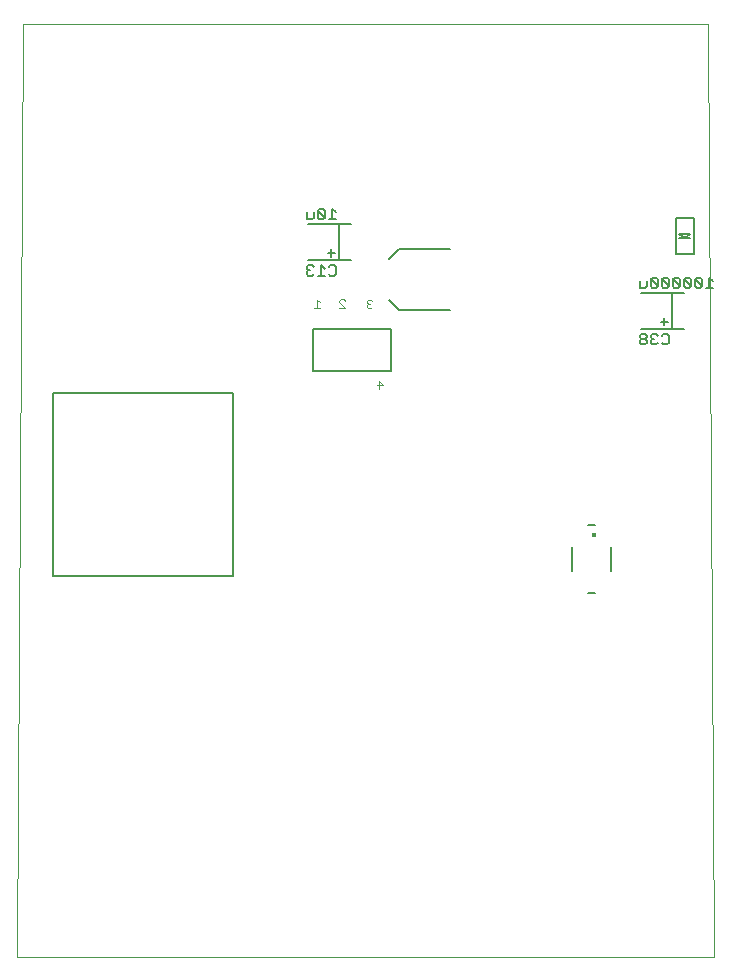
<source format=gbo>
G75*
%MOIN*%
%OFA0B0*%
%FSLAX25Y25*%
%IPPOS*%
%LPD*%
%AMOC8*
5,1,8,0,0,1.08239X$1,22.5*
%
%ADD10C,0.00000*%
%ADD11C,0.00800*%
%ADD12C,0.00400*%
%ADD13C,0.01433*%
%ADD14C,0.00700*%
%ADD15C,0.00500*%
D10*
X0005969Y0001000D02*
X0007937Y0312024D01*
X0236283Y0312024D01*
X0238252Y0001000D01*
X0005969Y0001000D01*
D11*
X0104624Y0196248D02*
X0130424Y0196248D01*
X0130424Y0210248D01*
X0104624Y0210248D01*
X0104624Y0196248D01*
X0129984Y0219858D02*
X0133134Y0216709D01*
X0150063Y0216709D01*
X0150063Y0236787D02*
X0133134Y0236787D01*
X0129984Y0233638D01*
X0196094Y0144945D02*
X0198457Y0144945D01*
X0203772Y0137661D02*
X0203772Y0129394D01*
X0198457Y0122110D02*
X0196094Y0122110D01*
X0190780Y0129394D02*
X0190780Y0137661D01*
D12*
X0127770Y0191649D02*
X0125902Y0191649D01*
X0126369Y0190248D02*
X0126369Y0193050D01*
X0127770Y0191649D01*
X0123822Y0217248D02*
X0122888Y0217248D01*
X0122421Y0217715D01*
X0122421Y0218182D01*
X0122888Y0218649D01*
X0123355Y0218649D01*
X0122888Y0218649D02*
X0122421Y0219116D01*
X0122421Y0219583D01*
X0122888Y0220050D01*
X0123822Y0220050D01*
X0124289Y0219583D01*
X0124289Y0217715D02*
X0123822Y0217248D01*
X0115189Y0217285D02*
X0113321Y0219153D01*
X0113321Y0219620D01*
X0113788Y0220087D01*
X0114722Y0220087D01*
X0115189Y0219620D01*
X0115189Y0217285D02*
X0113321Y0217285D01*
X0106677Y0217248D02*
X0104809Y0217248D01*
X0105743Y0217248D02*
X0105743Y0220050D01*
X0106677Y0219116D01*
D13*
X0198063Y0141598D03*
D14*
X0213951Y0210364D02*
X0224177Y0210364D01*
X0224177Y0222352D01*
X0228065Y0222352D01*
X0224177Y0222352D02*
X0213951Y0222352D01*
X0221643Y0213952D02*
X0221643Y0211452D01*
X0220393Y0212702D02*
X0222893Y0212702D01*
X0224177Y0210364D02*
X0228065Y0210364D01*
X0117081Y0233254D02*
X0113193Y0233254D01*
X0113193Y0245242D01*
X0117081Y0245242D01*
X0113193Y0245242D02*
X0102967Y0245242D01*
X0110659Y0236842D02*
X0110659Y0234342D01*
X0109409Y0235592D02*
X0111909Y0235592D01*
X0113193Y0233254D02*
X0102967Y0233254D01*
D15*
X0102955Y0231501D02*
X0102371Y0230917D01*
X0102371Y0230333D01*
X0102955Y0229750D01*
X0102371Y0229166D01*
X0102371Y0228582D01*
X0102955Y0227998D01*
X0104123Y0227998D01*
X0104707Y0228582D01*
X0106055Y0227998D02*
X0108390Y0227998D01*
X0107222Y0227998D02*
X0107222Y0231501D01*
X0108390Y0230333D01*
X0109738Y0230917D02*
X0110322Y0231501D01*
X0111489Y0231501D01*
X0112073Y0230917D01*
X0112073Y0228582D01*
X0111489Y0227998D01*
X0110322Y0227998D01*
X0109738Y0228582D01*
X0104707Y0230917D02*
X0104123Y0231501D01*
X0102955Y0231501D01*
X0102955Y0229750D02*
X0103539Y0229750D01*
X0104123Y0246748D02*
X0102371Y0246748D01*
X0102371Y0249083D01*
X0104707Y0249083D02*
X0104707Y0247332D01*
X0104123Y0246748D01*
X0106055Y0247332D02*
X0106638Y0246748D01*
X0107806Y0246748D01*
X0108390Y0247332D01*
X0106055Y0249667D01*
X0106055Y0247332D01*
X0108390Y0247332D02*
X0108390Y0249667D01*
X0107806Y0250251D01*
X0106638Y0250251D01*
X0106055Y0249667D01*
X0109738Y0246748D02*
X0112073Y0246748D01*
X0110905Y0246748D02*
X0110905Y0250251D01*
X0112073Y0249083D01*
X0077685Y0188811D02*
X0077685Y0128024D01*
X0017843Y0128024D01*
X0017843Y0188811D01*
X0077685Y0188811D01*
X0213356Y0205692D02*
X0213940Y0205108D01*
X0215107Y0205108D01*
X0215691Y0205692D01*
X0215691Y0206276D01*
X0215107Y0206860D01*
X0213940Y0206860D01*
X0213356Y0206276D01*
X0213356Y0205692D01*
X0213940Y0206860D02*
X0213356Y0207444D01*
X0213356Y0208027D01*
X0213940Y0208611D01*
X0215107Y0208611D01*
X0215691Y0208027D01*
X0215691Y0207444D01*
X0215107Y0206860D01*
X0217039Y0207444D02*
X0217623Y0206860D01*
X0217039Y0206276D01*
X0217039Y0205692D01*
X0217623Y0205108D01*
X0218790Y0205108D01*
X0219374Y0205692D01*
X0220722Y0205692D02*
X0221306Y0205108D01*
X0222473Y0205108D01*
X0223057Y0205692D01*
X0223057Y0208027D01*
X0222473Y0208611D01*
X0221306Y0208611D01*
X0220722Y0208027D01*
X0219374Y0208027D02*
X0218790Y0208611D01*
X0217623Y0208611D01*
X0217039Y0208027D01*
X0217039Y0207444D01*
X0217623Y0206860D02*
X0218207Y0206860D01*
X0218790Y0223858D02*
X0219374Y0224442D01*
X0217039Y0226777D01*
X0217039Y0224442D01*
X0217623Y0223858D01*
X0218790Y0223858D01*
X0219374Y0224442D02*
X0219374Y0226777D01*
X0218790Y0227361D01*
X0217623Y0227361D01*
X0217039Y0226777D01*
X0215691Y0226194D02*
X0215691Y0224442D01*
X0215107Y0223858D01*
X0213356Y0223858D01*
X0213356Y0226194D01*
X0220722Y0226777D02*
X0223057Y0224442D01*
X0222473Y0223858D01*
X0221306Y0223858D01*
X0220722Y0224442D01*
X0220722Y0226777D01*
X0221306Y0227361D01*
X0222473Y0227361D01*
X0223057Y0226777D01*
X0223057Y0224442D01*
X0224405Y0224442D02*
X0224989Y0223858D01*
X0226157Y0223858D01*
X0226740Y0224442D01*
X0224405Y0226777D01*
X0224405Y0224442D01*
X0224405Y0226777D02*
X0224989Y0227361D01*
X0226157Y0227361D01*
X0226740Y0226777D01*
X0226740Y0224442D01*
X0228088Y0224442D02*
X0228672Y0223858D01*
X0229840Y0223858D01*
X0230424Y0224442D01*
X0228088Y0226777D01*
X0228088Y0224442D01*
X0228088Y0226777D02*
X0228672Y0227361D01*
X0229840Y0227361D01*
X0230424Y0226777D01*
X0230424Y0224442D01*
X0231771Y0224442D02*
X0232355Y0223858D01*
X0233523Y0223858D01*
X0234107Y0224442D01*
X0231771Y0226777D01*
X0231771Y0224442D01*
X0231771Y0226777D02*
X0232355Y0227361D01*
X0233523Y0227361D01*
X0234107Y0226777D01*
X0234107Y0224442D01*
X0235455Y0223858D02*
X0237790Y0223858D01*
X0236622Y0223858D02*
X0236622Y0227361D01*
X0237790Y0226194D01*
X0231362Y0235252D02*
X0231362Y0247063D01*
X0225457Y0247063D01*
X0225457Y0235252D01*
X0231362Y0235252D01*
X0230159Y0240407D02*
X0226659Y0240407D01*
X0226659Y0241907D02*
X0228409Y0240407D01*
X0230159Y0241907D01*
X0226659Y0241907D01*
M02*

</source>
